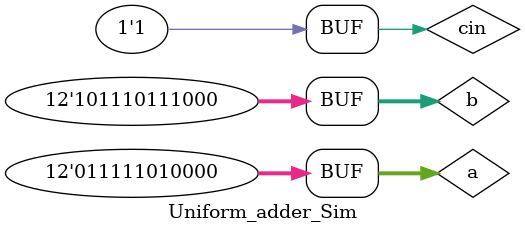
<source format=v>
`timescale 1ns / 1ps


module Uniform_adder_Sim();
reg [11:0] a;
reg [11:0] b;
reg cin;
wire [11:0] res;
wire cout;

Uniform_adder UA1(a, b, cin, res, cout);

initial
begin
    #200
    a = 12'd1000;
    b = 12'd1000;
    cin = 0;
    
    #200
    a = 12'd2000;
    b = 12'd3000;
    cin = 0;
    
    #200
    a = 12'd1000;
    b = 12'd1000;
    cin = 1;
    
    #200
    a = 12'd2000;
    b = 12'd3000;
    cin = 1;
end
endmodule

</source>
